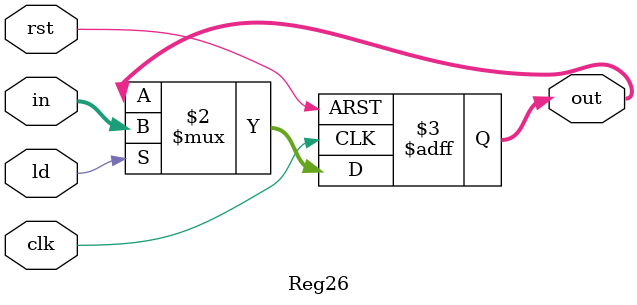
<source format=v>
`timescale 1ns/1ns
module Reg26(input clk, rst, ld, input [25:0] in, output reg [25:0] out);
	always @(posedge clk, posedge rst) begin
		if(rst) begin
			out <= 26'b0;
		end else begin
			out <= ld ? in : out;
		end
	end
endmodule

</source>
